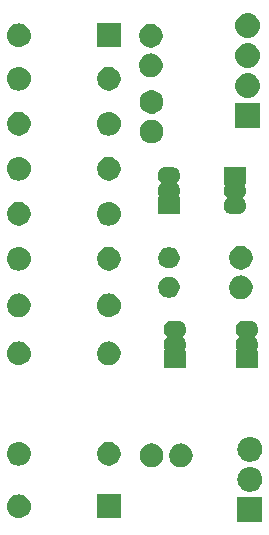
<source format=gbr>
G04 #@! TF.GenerationSoftware,KiCad,Pcbnew,(5.0.1)-3*
G04 #@! TF.CreationDate,2019-02-16T15:36:24-05:00*
G04 #@! TF.ProjectId,OdysseyDaughterCardSpotGenerator,4F647973736579446175676874657243,1.2*
G04 #@! TF.SameCoordinates,Original*
G04 #@! TF.FileFunction,Soldermask,Top*
G04 #@! TF.FilePolarity,Negative*
%FSLAX46Y46*%
G04 Gerber Fmt 4.6, Leading zero omitted, Abs format (unit mm)*
G04 Created by KiCad (PCBNEW (5.0.1)-3) date 2/16/2019 3:36:24 PM*
%MOMM*%
%LPD*%
G01*
G04 APERTURE LIST*
%ADD10C,0.100000*%
G04 APERTURE END LIST*
D10*
G36*
X157768000Y-121954000D02*
X155668000Y-121954000D01*
X155668000Y-119854000D01*
X157768000Y-119854000D01*
X157768000Y-121954000D01*
X157768000Y-121954000D01*
G37*
G36*
X145780000Y-121650000D02*
X143780000Y-121650000D01*
X143780000Y-119650000D01*
X145780000Y-119650000D01*
X145780000Y-121650000D01*
X145780000Y-121650000D01*
G37*
G36*
X137356030Y-119664469D02*
X137356033Y-119664470D01*
X137356034Y-119664470D01*
X137544535Y-119721651D01*
X137544537Y-119721652D01*
X137718260Y-119814509D01*
X137870528Y-119939472D01*
X137995491Y-120091740D01*
X138088348Y-120265463D01*
X138145531Y-120453970D01*
X138164838Y-120650000D01*
X138145531Y-120846030D01*
X138088348Y-121034537D01*
X137995491Y-121208260D01*
X137870528Y-121360528D01*
X137718260Y-121485491D01*
X137718258Y-121485492D01*
X137544535Y-121578349D01*
X137356034Y-121635530D01*
X137356033Y-121635530D01*
X137356030Y-121635531D01*
X137209124Y-121650000D01*
X137110876Y-121650000D01*
X136963970Y-121635531D01*
X136963967Y-121635530D01*
X136963966Y-121635530D01*
X136775465Y-121578349D01*
X136601742Y-121485492D01*
X136601740Y-121485491D01*
X136449472Y-121360528D01*
X136324509Y-121208260D01*
X136231652Y-121034537D01*
X136174469Y-120846030D01*
X136155162Y-120650000D01*
X136174469Y-120453970D01*
X136231652Y-120265463D01*
X136324509Y-120091740D01*
X136449472Y-119939472D01*
X136601740Y-119814509D01*
X136775463Y-119721652D01*
X136775465Y-119721651D01*
X136963966Y-119664470D01*
X136963967Y-119664470D01*
X136963970Y-119664469D01*
X137110876Y-119650000D01*
X137209124Y-119650000D01*
X137356030Y-119664469D01*
X137356030Y-119664469D01*
G37*
G36*
X156846707Y-117321596D02*
X156923836Y-117329193D01*
X157055787Y-117369220D01*
X157121763Y-117389233D01*
X157304172Y-117486733D01*
X157464054Y-117617946D01*
X157595267Y-117777828D01*
X157692767Y-117960237D01*
X157692767Y-117960238D01*
X157752807Y-118158164D01*
X157773080Y-118364000D01*
X157752807Y-118569836D01*
X157712780Y-118701787D01*
X157692767Y-118767763D01*
X157595267Y-118950172D01*
X157464054Y-119110054D01*
X157304172Y-119241267D01*
X157121763Y-119338767D01*
X157055787Y-119358780D01*
X156923836Y-119398807D01*
X156846707Y-119406404D01*
X156769580Y-119414000D01*
X156666420Y-119414000D01*
X156589293Y-119406404D01*
X156512164Y-119398807D01*
X156380213Y-119358780D01*
X156314237Y-119338767D01*
X156131828Y-119241267D01*
X155971946Y-119110054D01*
X155840733Y-118950172D01*
X155743233Y-118767763D01*
X155723220Y-118701787D01*
X155683193Y-118569836D01*
X155662920Y-118364000D01*
X155683193Y-118158164D01*
X155743233Y-117960238D01*
X155743233Y-117960237D01*
X155840733Y-117777828D01*
X155971946Y-117617946D01*
X156131828Y-117486733D01*
X156314237Y-117389233D01*
X156380213Y-117369220D01*
X156512164Y-117329193D01*
X156589293Y-117321596D01*
X156666420Y-117314000D01*
X156769580Y-117314000D01*
X156846707Y-117321596D01*
X156846707Y-117321596D01*
G37*
G36*
X151051770Y-115347372D02*
X151167689Y-115370429D01*
X151349678Y-115445811D01*
X151513463Y-115555249D01*
X151652751Y-115694537D01*
X151762189Y-115858322D01*
X151837571Y-116040311D01*
X151850738Y-116106507D01*
X151870330Y-116205000D01*
X151876000Y-116233509D01*
X151876000Y-116430491D01*
X151837571Y-116623689D01*
X151762189Y-116805678D01*
X151652751Y-116969463D01*
X151513463Y-117108751D01*
X151349678Y-117218189D01*
X151167689Y-117293571D01*
X151064984Y-117314000D01*
X150974493Y-117332000D01*
X150777507Y-117332000D01*
X150687016Y-117314000D01*
X150584311Y-117293571D01*
X150402322Y-117218189D01*
X150238537Y-117108751D01*
X150099249Y-116969463D01*
X149989811Y-116805678D01*
X149914429Y-116623689D01*
X149876000Y-116430491D01*
X149876000Y-116233509D01*
X149881671Y-116205000D01*
X149901262Y-116106507D01*
X149914429Y-116040311D01*
X149989811Y-115858322D01*
X150099249Y-115694537D01*
X150238537Y-115555249D01*
X150402322Y-115445811D01*
X150584311Y-115370429D01*
X150700230Y-115347372D01*
X150777507Y-115332000D01*
X150974493Y-115332000D01*
X151051770Y-115347372D01*
X151051770Y-115347372D01*
G37*
G36*
X148551770Y-115347372D02*
X148667689Y-115370429D01*
X148849678Y-115445811D01*
X149013463Y-115555249D01*
X149152751Y-115694537D01*
X149262189Y-115858322D01*
X149337571Y-116040311D01*
X149350738Y-116106507D01*
X149370330Y-116205000D01*
X149376000Y-116233509D01*
X149376000Y-116430491D01*
X149337571Y-116623689D01*
X149262189Y-116805678D01*
X149152751Y-116969463D01*
X149013463Y-117108751D01*
X148849678Y-117218189D01*
X148667689Y-117293571D01*
X148564984Y-117314000D01*
X148474493Y-117332000D01*
X148277507Y-117332000D01*
X148187016Y-117314000D01*
X148084311Y-117293571D01*
X147902322Y-117218189D01*
X147738537Y-117108751D01*
X147599249Y-116969463D01*
X147489811Y-116805678D01*
X147414429Y-116623689D01*
X147376000Y-116430491D01*
X147376000Y-116233509D01*
X147381671Y-116205000D01*
X147401262Y-116106507D01*
X147414429Y-116040311D01*
X147489811Y-115858322D01*
X147599249Y-115694537D01*
X147738537Y-115555249D01*
X147902322Y-115445811D01*
X148084311Y-115370429D01*
X148200230Y-115347372D01*
X148277507Y-115332000D01*
X148474493Y-115332000D01*
X148551770Y-115347372D01*
X148551770Y-115347372D01*
G37*
G36*
X144955770Y-115220372D02*
X145071689Y-115243429D01*
X145253678Y-115318811D01*
X145417463Y-115428249D01*
X145556751Y-115567537D01*
X145666189Y-115731322D01*
X145741571Y-115913311D01*
X145780000Y-116106509D01*
X145780000Y-116303491D01*
X145741571Y-116496689D01*
X145666189Y-116678678D01*
X145556751Y-116842463D01*
X145417463Y-116981751D01*
X145253678Y-117091189D01*
X145071689Y-117166571D01*
X144955770Y-117189628D01*
X144878493Y-117205000D01*
X144681507Y-117205000D01*
X144604230Y-117189628D01*
X144488311Y-117166571D01*
X144306322Y-117091189D01*
X144142537Y-116981751D01*
X144003249Y-116842463D01*
X143893811Y-116678678D01*
X143818429Y-116496689D01*
X143780000Y-116303491D01*
X143780000Y-116106509D01*
X143818429Y-115913311D01*
X143893811Y-115731322D01*
X144003249Y-115567537D01*
X144142537Y-115428249D01*
X144306322Y-115318811D01*
X144488311Y-115243429D01*
X144604230Y-115220372D01*
X144681507Y-115205000D01*
X144878493Y-115205000D01*
X144955770Y-115220372D01*
X144955770Y-115220372D01*
G37*
G36*
X137356030Y-115219469D02*
X137356033Y-115219470D01*
X137356034Y-115219470D01*
X137544535Y-115276651D01*
X137544537Y-115276652D01*
X137718260Y-115369509D01*
X137870528Y-115494472D01*
X137995491Y-115646740D01*
X137995492Y-115646742D01*
X138088349Y-115820465D01*
X138116513Y-115913311D01*
X138145531Y-116008970D01*
X138164838Y-116205000D01*
X138145531Y-116401030D01*
X138145530Y-116401033D01*
X138145530Y-116401034D01*
X138136594Y-116430493D01*
X138088348Y-116589537D01*
X137995491Y-116763260D01*
X137870528Y-116915528D01*
X137718260Y-117040491D01*
X137718258Y-117040492D01*
X137544535Y-117133349D01*
X137356034Y-117190530D01*
X137356033Y-117190530D01*
X137356030Y-117190531D01*
X137209124Y-117205000D01*
X137110876Y-117205000D01*
X136963970Y-117190531D01*
X136963967Y-117190530D01*
X136963966Y-117190530D01*
X136775465Y-117133349D01*
X136601742Y-117040492D01*
X136601740Y-117040491D01*
X136449472Y-116915528D01*
X136324509Y-116763260D01*
X136231652Y-116589537D01*
X136183407Y-116430493D01*
X136174470Y-116401034D01*
X136174470Y-116401033D01*
X136174469Y-116401030D01*
X136155162Y-116205000D01*
X136174469Y-116008970D01*
X136203487Y-115913311D01*
X136231651Y-115820465D01*
X136324508Y-115646742D01*
X136324509Y-115646740D01*
X136449472Y-115494472D01*
X136601740Y-115369509D01*
X136775463Y-115276652D01*
X136775465Y-115276651D01*
X136963966Y-115219470D01*
X136963967Y-115219470D01*
X136963970Y-115219469D01*
X137110876Y-115205000D01*
X137209124Y-115205000D01*
X137356030Y-115219469D01*
X137356030Y-115219469D01*
G37*
G36*
X156846707Y-114781596D02*
X156923836Y-114789193D01*
X157055787Y-114829220D01*
X157121763Y-114849233D01*
X157304172Y-114946733D01*
X157464054Y-115077946D01*
X157595267Y-115237828D01*
X157692767Y-115420237D01*
X157712780Y-115486213D01*
X157752807Y-115618164D01*
X157773080Y-115824000D01*
X157752807Y-116029836D01*
X157712780Y-116161787D01*
X157692767Y-116227763D01*
X157595267Y-116410172D01*
X157464054Y-116570054D01*
X157304172Y-116701267D01*
X157121763Y-116798767D01*
X157055787Y-116818780D01*
X156923836Y-116858807D01*
X156846707Y-116866403D01*
X156769580Y-116874000D01*
X156666420Y-116874000D01*
X156589293Y-116866403D01*
X156512164Y-116858807D01*
X156380213Y-116818780D01*
X156314237Y-116798767D01*
X156131828Y-116701267D01*
X155971946Y-116570054D01*
X155840733Y-116410172D01*
X155743233Y-116227763D01*
X155723220Y-116161787D01*
X155683193Y-116029836D01*
X155662920Y-115824000D01*
X155683193Y-115618164D01*
X155723220Y-115486213D01*
X155743233Y-115420237D01*
X155840733Y-115237828D01*
X155971946Y-115077946D01*
X156131828Y-114946733D01*
X156314237Y-114849233D01*
X156380213Y-114829220D01*
X156512164Y-114789193D01*
X156589293Y-114781596D01*
X156666420Y-114774000D01*
X156769580Y-114774000D01*
X156846707Y-114781596D01*
X156846707Y-114781596D01*
G37*
G36*
X156760113Y-104942497D02*
X156831125Y-104949491D01*
X156922234Y-104977128D01*
X156967789Y-104990947D01*
X157093738Y-105058269D01*
X157204132Y-105148868D01*
X157294731Y-105259262D01*
X157362053Y-105385211D01*
X157362053Y-105385212D01*
X157403509Y-105521875D01*
X157417507Y-105664000D01*
X157403509Y-105806125D01*
X157375872Y-105897234D01*
X157362053Y-105942789D01*
X157294731Y-106068738D01*
X157204132Y-106179132D01*
X157175812Y-106202374D01*
X157158485Y-106219701D01*
X157144871Y-106240075D01*
X157135493Y-106262714D01*
X157130713Y-106286748D01*
X157130713Y-106311252D01*
X157135493Y-106335286D01*
X157144871Y-106357925D01*
X157158485Y-106378299D01*
X157175812Y-106395626D01*
X157204132Y-106418868D01*
X157294731Y-106529262D01*
X157362053Y-106655211D01*
X157362053Y-106655212D01*
X157403509Y-106791875D01*
X157417507Y-106934000D01*
X157403509Y-107076125D01*
X157384818Y-107137740D01*
X157362053Y-107212789D01*
X157318069Y-107295075D01*
X157308692Y-107317713D01*
X157303911Y-107341747D01*
X157303911Y-107366251D01*
X157308691Y-107390285D01*
X157318068Y-107412924D01*
X157331682Y-107433298D01*
X157349009Y-107450626D01*
X157369384Y-107464240D01*
X157392022Y-107473617D01*
X157414000Y-107477989D01*
X157414000Y-108929000D01*
X155514000Y-108929000D01*
X155514000Y-107477591D01*
X155524077Y-107476598D01*
X155547526Y-107469485D01*
X155569137Y-107457934D01*
X155588079Y-107442388D01*
X155603625Y-107423446D01*
X155615176Y-107401835D01*
X155622289Y-107378386D01*
X155624691Y-107354000D01*
X155622289Y-107329614D01*
X155615176Y-107306165D01*
X155609931Y-107295075D01*
X155565947Y-107212789D01*
X155543182Y-107137740D01*
X155524491Y-107076125D01*
X155510493Y-106934000D01*
X155524491Y-106791875D01*
X155565947Y-106655212D01*
X155565947Y-106655211D01*
X155633269Y-106529262D01*
X155723868Y-106418868D01*
X155752188Y-106395626D01*
X155769515Y-106378299D01*
X155783129Y-106357925D01*
X155792507Y-106335286D01*
X155797287Y-106311252D01*
X155797287Y-106286748D01*
X155792507Y-106262714D01*
X155783129Y-106240075D01*
X155769515Y-106219701D01*
X155752188Y-106202374D01*
X155723868Y-106179132D01*
X155633269Y-106068738D01*
X155565947Y-105942789D01*
X155552128Y-105897234D01*
X155524491Y-105806125D01*
X155510493Y-105664000D01*
X155524491Y-105521875D01*
X155565947Y-105385212D01*
X155565947Y-105385211D01*
X155633269Y-105259262D01*
X155723868Y-105148868D01*
X155834262Y-105058269D01*
X155960211Y-104990947D01*
X156005766Y-104977128D01*
X156096875Y-104949491D01*
X156167887Y-104942497D01*
X156203392Y-104939000D01*
X156724608Y-104939000D01*
X156760113Y-104942497D01*
X156760113Y-104942497D01*
G37*
G36*
X150664113Y-104942497D02*
X150735125Y-104949491D01*
X150826234Y-104977128D01*
X150871789Y-104990947D01*
X150997738Y-105058269D01*
X151108132Y-105148868D01*
X151198731Y-105259262D01*
X151266053Y-105385211D01*
X151266053Y-105385212D01*
X151307509Y-105521875D01*
X151321507Y-105664000D01*
X151307509Y-105806125D01*
X151279872Y-105897234D01*
X151266053Y-105942789D01*
X151198731Y-106068738D01*
X151108132Y-106179132D01*
X151079812Y-106202374D01*
X151062485Y-106219701D01*
X151048871Y-106240075D01*
X151039493Y-106262714D01*
X151034713Y-106286748D01*
X151034713Y-106311252D01*
X151039493Y-106335286D01*
X151048871Y-106357925D01*
X151062485Y-106378299D01*
X151079812Y-106395626D01*
X151108132Y-106418868D01*
X151198731Y-106529262D01*
X151266053Y-106655211D01*
X151266053Y-106655212D01*
X151307509Y-106791875D01*
X151321507Y-106934000D01*
X151307509Y-107076125D01*
X151288818Y-107137740D01*
X151266053Y-107212789D01*
X151222069Y-107295075D01*
X151212692Y-107317713D01*
X151207911Y-107341747D01*
X151207911Y-107366251D01*
X151212691Y-107390285D01*
X151222068Y-107412924D01*
X151235682Y-107433298D01*
X151253009Y-107450626D01*
X151273384Y-107464240D01*
X151296022Y-107473617D01*
X151318000Y-107477989D01*
X151318000Y-108929000D01*
X149418000Y-108929000D01*
X149418000Y-107477591D01*
X149428077Y-107476598D01*
X149451526Y-107469485D01*
X149473137Y-107457934D01*
X149492079Y-107442388D01*
X149507625Y-107423446D01*
X149519176Y-107401835D01*
X149526289Y-107378386D01*
X149528691Y-107354000D01*
X149526289Y-107329614D01*
X149519176Y-107306165D01*
X149513931Y-107295075D01*
X149469947Y-107212789D01*
X149447182Y-107137740D01*
X149428491Y-107076125D01*
X149414493Y-106934000D01*
X149428491Y-106791875D01*
X149469947Y-106655212D01*
X149469947Y-106655211D01*
X149537269Y-106529262D01*
X149627868Y-106418868D01*
X149656188Y-106395626D01*
X149673515Y-106378299D01*
X149687129Y-106357925D01*
X149696507Y-106335286D01*
X149701287Y-106311252D01*
X149701287Y-106286748D01*
X149696507Y-106262714D01*
X149687129Y-106240075D01*
X149673515Y-106219701D01*
X149656188Y-106202374D01*
X149627868Y-106179132D01*
X149537269Y-106068738D01*
X149469947Y-105942789D01*
X149456128Y-105897234D01*
X149428491Y-105806125D01*
X149414493Y-105664000D01*
X149428491Y-105521875D01*
X149469947Y-105385212D01*
X149469947Y-105385211D01*
X149537269Y-105259262D01*
X149627868Y-105148868D01*
X149738262Y-105058269D01*
X149864211Y-104990947D01*
X149909766Y-104977128D01*
X150000875Y-104949491D01*
X150071887Y-104942497D01*
X150107392Y-104939000D01*
X150628608Y-104939000D01*
X150664113Y-104942497D01*
X150664113Y-104942497D01*
G37*
G36*
X137356030Y-106710469D02*
X137356033Y-106710470D01*
X137356034Y-106710470D01*
X137544535Y-106767651D01*
X137544537Y-106767652D01*
X137718260Y-106860509D01*
X137870528Y-106985472D01*
X137995491Y-107137740D01*
X137995492Y-107137742D01*
X138088349Y-107311465D01*
X138138863Y-107477989D01*
X138145531Y-107499970D01*
X138164838Y-107696000D01*
X138145531Y-107892030D01*
X138088348Y-108080537D01*
X137995491Y-108254260D01*
X137870528Y-108406528D01*
X137718260Y-108531491D01*
X137718258Y-108531492D01*
X137544535Y-108624349D01*
X137356034Y-108681530D01*
X137356033Y-108681530D01*
X137356030Y-108681531D01*
X137209124Y-108696000D01*
X137110876Y-108696000D01*
X136963970Y-108681531D01*
X136963967Y-108681530D01*
X136963966Y-108681530D01*
X136775465Y-108624349D01*
X136601742Y-108531492D01*
X136601740Y-108531491D01*
X136449472Y-108406528D01*
X136324509Y-108254260D01*
X136231652Y-108080537D01*
X136174469Y-107892030D01*
X136155162Y-107696000D01*
X136174469Y-107499970D01*
X136181137Y-107477989D01*
X136231651Y-107311465D01*
X136324508Y-107137742D01*
X136324509Y-107137740D01*
X136449472Y-106985472D01*
X136601740Y-106860509D01*
X136775463Y-106767652D01*
X136775465Y-106767651D01*
X136963966Y-106710470D01*
X136963967Y-106710470D01*
X136963970Y-106710469D01*
X137110876Y-106696000D01*
X137209124Y-106696000D01*
X137356030Y-106710469D01*
X137356030Y-106710469D01*
G37*
G36*
X144955770Y-106711372D02*
X145071689Y-106734429D01*
X145253678Y-106809811D01*
X145417463Y-106919249D01*
X145556751Y-107058537D01*
X145666189Y-107222322D01*
X145741571Y-107404311D01*
X145780000Y-107597509D01*
X145780000Y-107794491D01*
X145741571Y-107987689D01*
X145666189Y-108169678D01*
X145556751Y-108333463D01*
X145417463Y-108472751D01*
X145253678Y-108582189D01*
X145071689Y-108657571D01*
X144955770Y-108680628D01*
X144878493Y-108696000D01*
X144681507Y-108696000D01*
X144604230Y-108680628D01*
X144488311Y-108657571D01*
X144306322Y-108582189D01*
X144142537Y-108472751D01*
X144003249Y-108333463D01*
X143893811Y-108169678D01*
X143818429Y-107987689D01*
X143780000Y-107794491D01*
X143780000Y-107597509D01*
X143818429Y-107404311D01*
X143893811Y-107222322D01*
X144003249Y-107058537D01*
X144142537Y-106919249D01*
X144306322Y-106809811D01*
X144488311Y-106734429D01*
X144604230Y-106711372D01*
X144681507Y-106696000D01*
X144878493Y-106696000D01*
X144955770Y-106711372D01*
X144955770Y-106711372D01*
G37*
G36*
X144976030Y-102646469D02*
X144976033Y-102646470D01*
X144976034Y-102646470D01*
X145164535Y-102703651D01*
X145164537Y-102703652D01*
X145338260Y-102796509D01*
X145490528Y-102921472D01*
X145615491Y-103073740D01*
X145708348Y-103247463D01*
X145765531Y-103435970D01*
X145784838Y-103632000D01*
X145765531Y-103828030D01*
X145708348Y-104016537D01*
X145615491Y-104190260D01*
X145490528Y-104342528D01*
X145338260Y-104467491D01*
X145338258Y-104467492D01*
X145164535Y-104560349D01*
X144976034Y-104617530D01*
X144976033Y-104617530D01*
X144976030Y-104617531D01*
X144829124Y-104632000D01*
X144730876Y-104632000D01*
X144583970Y-104617531D01*
X144583967Y-104617530D01*
X144583966Y-104617530D01*
X144395465Y-104560349D01*
X144221742Y-104467492D01*
X144221740Y-104467491D01*
X144069472Y-104342528D01*
X143944509Y-104190260D01*
X143851652Y-104016537D01*
X143794469Y-103828030D01*
X143775162Y-103632000D01*
X143794469Y-103435970D01*
X143851652Y-103247463D01*
X143944509Y-103073740D01*
X144069472Y-102921472D01*
X144221740Y-102796509D01*
X144395463Y-102703652D01*
X144395465Y-102703651D01*
X144583966Y-102646470D01*
X144583967Y-102646470D01*
X144583970Y-102646469D01*
X144730876Y-102632000D01*
X144829124Y-102632000D01*
X144976030Y-102646469D01*
X144976030Y-102646469D01*
G37*
G36*
X137335770Y-102647372D02*
X137451689Y-102670429D01*
X137633678Y-102745811D01*
X137797463Y-102855249D01*
X137936751Y-102994537D01*
X138046189Y-103158322D01*
X138121571Y-103340311D01*
X138160000Y-103533509D01*
X138160000Y-103730491D01*
X138121571Y-103923689D01*
X138046189Y-104105678D01*
X137936751Y-104269463D01*
X137797463Y-104408751D01*
X137633678Y-104518189D01*
X137451689Y-104593571D01*
X137335770Y-104616628D01*
X137258493Y-104632000D01*
X137061507Y-104632000D01*
X136984230Y-104616628D01*
X136868311Y-104593571D01*
X136686322Y-104518189D01*
X136522537Y-104408751D01*
X136383249Y-104269463D01*
X136273811Y-104105678D01*
X136198429Y-103923689D01*
X136160000Y-103730491D01*
X136160000Y-103533509D01*
X136198429Y-103340311D01*
X136273811Y-103158322D01*
X136383249Y-102994537D01*
X136522537Y-102855249D01*
X136686322Y-102745811D01*
X136868311Y-102670429D01*
X136984230Y-102647372D01*
X137061507Y-102632000D01*
X137258493Y-102632000D01*
X137335770Y-102647372D01*
X137335770Y-102647372D01*
G37*
G36*
X156131770Y-101123372D02*
X156247689Y-101146429D01*
X156429678Y-101221811D01*
X156593463Y-101331249D01*
X156732751Y-101470537D01*
X156842189Y-101634322D01*
X156917571Y-101816311D01*
X156956000Y-102009509D01*
X156956000Y-102206491D01*
X156917571Y-102399689D01*
X156842189Y-102581678D01*
X156732751Y-102745463D01*
X156593463Y-102884751D01*
X156429678Y-102994189D01*
X156247689Y-103069571D01*
X156131770Y-103092628D01*
X156054493Y-103108000D01*
X155857507Y-103108000D01*
X155780230Y-103092628D01*
X155664311Y-103069571D01*
X155482322Y-102994189D01*
X155318537Y-102884751D01*
X155179249Y-102745463D01*
X155069811Y-102581678D01*
X154994429Y-102399689D01*
X154956000Y-102206491D01*
X154956000Y-102009509D01*
X154994429Y-101816311D01*
X155069811Y-101634322D01*
X155179249Y-101470537D01*
X155318537Y-101331249D01*
X155482322Y-101221811D01*
X155664311Y-101146429D01*
X155780230Y-101123372D01*
X155857507Y-101108000D01*
X156054493Y-101108000D01*
X156131770Y-101123372D01*
X156131770Y-101123372D01*
G37*
G36*
X150122521Y-101242586D02*
X150286309Y-101310429D01*
X150433720Y-101408926D01*
X150559074Y-101534280D01*
X150657571Y-101681691D01*
X150725414Y-101845479D01*
X150760000Y-102019356D01*
X150760000Y-102196644D01*
X150725414Y-102370521D01*
X150657571Y-102534309D01*
X150559074Y-102681720D01*
X150433720Y-102807074D01*
X150286309Y-102905571D01*
X150122521Y-102973414D01*
X149948644Y-103008000D01*
X149771356Y-103008000D01*
X149597479Y-102973414D01*
X149433691Y-102905571D01*
X149286280Y-102807074D01*
X149160926Y-102681720D01*
X149062429Y-102534309D01*
X148994586Y-102370521D01*
X148960000Y-102196644D01*
X148960000Y-102019356D01*
X148994586Y-101845479D01*
X149062429Y-101681691D01*
X149160926Y-101534280D01*
X149286280Y-101408926D01*
X149433691Y-101310429D01*
X149597479Y-101242586D01*
X149771356Y-101208000D01*
X149948644Y-101208000D01*
X150122521Y-101242586D01*
X150122521Y-101242586D01*
G37*
G36*
X144955770Y-98710372D02*
X145071689Y-98733429D01*
X145253678Y-98808811D01*
X145417463Y-98918249D01*
X145556751Y-99057537D01*
X145666189Y-99221322D01*
X145741571Y-99403311D01*
X145780000Y-99596509D01*
X145780000Y-99793491D01*
X145741571Y-99986689D01*
X145666189Y-100168678D01*
X145556751Y-100332463D01*
X145417463Y-100471751D01*
X145253678Y-100581189D01*
X145071689Y-100656571D01*
X144955770Y-100679628D01*
X144878493Y-100695000D01*
X144681507Y-100695000D01*
X144604230Y-100679628D01*
X144488311Y-100656571D01*
X144306322Y-100581189D01*
X144142537Y-100471751D01*
X144003249Y-100332463D01*
X143893811Y-100168678D01*
X143818429Y-99986689D01*
X143780000Y-99793491D01*
X143780000Y-99596509D01*
X143818429Y-99403311D01*
X143893811Y-99221322D01*
X144003249Y-99057537D01*
X144142537Y-98918249D01*
X144306322Y-98808811D01*
X144488311Y-98733429D01*
X144604230Y-98710372D01*
X144681507Y-98695000D01*
X144878493Y-98695000D01*
X144955770Y-98710372D01*
X144955770Y-98710372D01*
G37*
G36*
X137356030Y-98709469D02*
X137356033Y-98709470D01*
X137356034Y-98709470D01*
X137544535Y-98766651D01*
X137544537Y-98766652D01*
X137718260Y-98859509D01*
X137870528Y-98984472D01*
X137995491Y-99136740D01*
X137995492Y-99136742D01*
X138088349Y-99310465D01*
X138116513Y-99403311D01*
X138145531Y-99498970D01*
X138164838Y-99695000D01*
X138145531Y-99891030D01*
X138145530Y-99891033D01*
X138145530Y-99891034D01*
X138102068Y-100034310D01*
X138088348Y-100079537D01*
X137995491Y-100253260D01*
X137870528Y-100405528D01*
X137718260Y-100530491D01*
X137623411Y-100581189D01*
X137544535Y-100623349D01*
X137356034Y-100680530D01*
X137356033Y-100680530D01*
X137356030Y-100680531D01*
X137209124Y-100695000D01*
X137110876Y-100695000D01*
X136963970Y-100680531D01*
X136963967Y-100680530D01*
X136963966Y-100680530D01*
X136775465Y-100623349D01*
X136696589Y-100581189D01*
X136601740Y-100530491D01*
X136449472Y-100405528D01*
X136324509Y-100253260D01*
X136231652Y-100079537D01*
X136217933Y-100034310D01*
X136174470Y-99891034D01*
X136174470Y-99891033D01*
X136174469Y-99891030D01*
X136155162Y-99695000D01*
X136174469Y-99498970D01*
X136203487Y-99403311D01*
X136231651Y-99310465D01*
X136324508Y-99136742D01*
X136324509Y-99136740D01*
X136449472Y-98984472D01*
X136601740Y-98859509D01*
X136775463Y-98766652D01*
X136775465Y-98766651D01*
X136963966Y-98709470D01*
X136963967Y-98709470D01*
X136963970Y-98709469D01*
X137110876Y-98695000D01*
X137209124Y-98695000D01*
X137356030Y-98709469D01*
X137356030Y-98709469D01*
G37*
G36*
X156131770Y-98623372D02*
X156247689Y-98646429D01*
X156429678Y-98721811D01*
X156593463Y-98831249D01*
X156732751Y-98970537D01*
X156842189Y-99134322D01*
X156917571Y-99316311D01*
X156956000Y-99509509D01*
X156956000Y-99706491D01*
X156917571Y-99899689D01*
X156842189Y-100081678D01*
X156732751Y-100245463D01*
X156593463Y-100384751D01*
X156429678Y-100494189D01*
X156247689Y-100569571D01*
X156131770Y-100592628D01*
X156054493Y-100608000D01*
X155857507Y-100608000D01*
X155780230Y-100592628D01*
X155664311Y-100569571D01*
X155482322Y-100494189D01*
X155318537Y-100384751D01*
X155179249Y-100245463D01*
X155069811Y-100081678D01*
X154994429Y-99899689D01*
X154956000Y-99706491D01*
X154956000Y-99509509D01*
X154994429Y-99316311D01*
X155069811Y-99134322D01*
X155179249Y-98970537D01*
X155318537Y-98831249D01*
X155482322Y-98721811D01*
X155664311Y-98646429D01*
X155780230Y-98623372D01*
X155857507Y-98608000D01*
X156054493Y-98608000D01*
X156131770Y-98623372D01*
X156131770Y-98623372D01*
G37*
G36*
X150122521Y-98742586D02*
X150286309Y-98810429D01*
X150433720Y-98908926D01*
X150559074Y-99034280D01*
X150657571Y-99181691D01*
X150725414Y-99345479D01*
X150760000Y-99519356D01*
X150760000Y-99696644D01*
X150725414Y-99870521D01*
X150657571Y-100034309D01*
X150559074Y-100181720D01*
X150433720Y-100307074D01*
X150286309Y-100405571D01*
X150122521Y-100473414D01*
X149948644Y-100508000D01*
X149771356Y-100508000D01*
X149597479Y-100473414D01*
X149433691Y-100405571D01*
X149286280Y-100307074D01*
X149160926Y-100181720D01*
X149062429Y-100034309D01*
X148994586Y-99870521D01*
X148960000Y-99696644D01*
X148960000Y-99519356D01*
X148994586Y-99345479D01*
X149062429Y-99181691D01*
X149160926Y-99034280D01*
X149286280Y-98908926D01*
X149433691Y-98810429D01*
X149597479Y-98742586D01*
X149771356Y-98708000D01*
X149948644Y-98708000D01*
X150122521Y-98742586D01*
X150122521Y-98742586D01*
G37*
G36*
X137335770Y-94900372D02*
X137451689Y-94923429D01*
X137633678Y-94998811D01*
X137797463Y-95108249D01*
X137936751Y-95247537D01*
X138046189Y-95411322D01*
X138121571Y-95593311D01*
X138160000Y-95786509D01*
X138160000Y-95983491D01*
X138121571Y-96176689D01*
X138046189Y-96358678D01*
X137936751Y-96522463D01*
X137797463Y-96661751D01*
X137633678Y-96771189D01*
X137451689Y-96846571D01*
X137335770Y-96869628D01*
X137258493Y-96885000D01*
X137061507Y-96885000D01*
X136984230Y-96869628D01*
X136868311Y-96846571D01*
X136686322Y-96771189D01*
X136522537Y-96661751D01*
X136383249Y-96522463D01*
X136273811Y-96358678D01*
X136198429Y-96176689D01*
X136160000Y-95983491D01*
X136160000Y-95786509D01*
X136198429Y-95593311D01*
X136273811Y-95411322D01*
X136383249Y-95247537D01*
X136522537Y-95108249D01*
X136686322Y-94998811D01*
X136868311Y-94923429D01*
X136984230Y-94900372D01*
X137061507Y-94885000D01*
X137258493Y-94885000D01*
X137335770Y-94900372D01*
X137335770Y-94900372D01*
G37*
G36*
X144976030Y-94899469D02*
X144976033Y-94899470D01*
X144976034Y-94899470D01*
X145164535Y-94956651D01*
X145164537Y-94956652D01*
X145338260Y-95049509D01*
X145490528Y-95174472D01*
X145615491Y-95326740D01*
X145689547Y-95465289D01*
X145708349Y-95500465D01*
X145736513Y-95593311D01*
X145765531Y-95688970D01*
X145784838Y-95885000D01*
X145765531Y-96081030D01*
X145708348Y-96269537D01*
X145615491Y-96443260D01*
X145490528Y-96595528D01*
X145338260Y-96720491D01*
X145338258Y-96720492D01*
X145164535Y-96813349D01*
X144976034Y-96870530D01*
X144976033Y-96870530D01*
X144976030Y-96870531D01*
X144829124Y-96885000D01*
X144730876Y-96885000D01*
X144583970Y-96870531D01*
X144583967Y-96870530D01*
X144583966Y-96870530D01*
X144395465Y-96813349D01*
X144221742Y-96720492D01*
X144221740Y-96720491D01*
X144069472Y-96595528D01*
X143944509Y-96443260D01*
X143851652Y-96269537D01*
X143794469Y-96081030D01*
X143775162Y-95885000D01*
X143794469Y-95688970D01*
X143823487Y-95593311D01*
X143851651Y-95500465D01*
X143870453Y-95465289D01*
X143944509Y-95326740D01*
X144069472Y-95174472D01*
X144221740Y-95049509D01*
X144395463Y-94956652D01*
X144395465Y-94956651D01*
X144583966Y-94899470D01*
X144583967Y-94899470D01*
X144583970Y-94899469D01*
X144730876Y-94885000D01*
X144829124Y-94885000D01*
X144976030Y-94899469D01*
X144976030Y-94899469D01*
G37*
G36*
X156398000Y-93372909D02*
X156387923Y-93373902D01*
X156364474Y-93381015D01*
X156342863Y-93392566D01*
X156323921Y-93408112D01*
X156308375Y-93427054D01*
X156296824Y-93448665D01*
X156289711Y-93472114D01*
X156287309Y-93496500D01*
X156289711Y-93520886D01*
X156296824Y-93544335D01*
X156302069Y-93555425D01*
X156346053Y-93637711D01*
X156346053Y-93637712D01*
X156387509Y-93774375D01*
X156401507Y-93916500D01*
X156387509Y-94058625D01*
X156359872Y-94149734D01*
X156346053Y-94195289D01*
X156278731Y-94321238D01*
X156188132Y-94431632D01*
X156159812Y-94454874D01*
X156142485Y-94472201D01*
X156128871Y-94492575D01*
X156119493Y-94515214D01*
X156114713Y-94539248D01*
X156114713Y-94563752D01*
X156119493Y-94587786D01*
X156128871Y-94610425D01*
X156142485Y-94630799D01*
X156159812Y-94648126D01*
X156188132Y-94671368D01*
X156278731Y-94781762D01*
X156346053Y-94907711D01*
X156346053Y-94907712D01*
X156387509Y-95044375D01*
X156401507Y-95186500D01*
X156387509Y-95328625D01*
X156362423Y-95411322D01*
X156346053Y-95465289D01*
X156278731Y-95591238D01*
X156188132Y-95701632D01*
X156077738Y-95792231D01*
X155951789Y-95859553D01*
X155906234Y-95873372D01*
X155815125Y-95901009D01*
X155744113Y-95908003D01*
X155708608Y-95911500D01*
X155187392Y-95911500D01*
X155151887Y-95908003D01*
X155080875Y-95901009D01*
X154989766Y-95873372D01*
X154944211Y-95859553D01*
X154818262Y-95792231D01*
X154707868Y-95701632D01*
X154617269Y-95591238D01*
X154549947Y-95465289D01*
X154533577Y-95411322D01*
X154508491Y-95328625D01*
X154494493Y-95186500D01*
X154508491Y-95044375D01*
X154549947Y-94907712D01*
X154549947Y-94907711D01*
X154617269Y-94781762D01*
X154707868Y-94671368D01*
X154736188Y-94648126D01*
X154753515Y-94630799D01*
X154767129Y-94610425D01*
X154776507Y-94587786D01*
X154781287Y-94563752D01*
X154781287Y-94539248D01*
X154776507Y-94515214D01*
X154767129Y-94492575D01*
X154753515Y-94472201D01*
X154736188Y-94454874D01*
X154707868Y-94431632D01*
X154617269Y-94321238D01*
X154549947Y-94195289D01*
X154536128Y-94149734D01*
X154508491Y-94058625D01*
X154494493Y-93916500D01*
X154508491Y-93774375D01*
X154549947Y-93637712D01*
X154549947Y-93637711D01*
X154593931Y-93555425D01*
X154603308Y-93532787D01*
X154608089Y-93508753D01*
X154608089Y-93484249D01*
X154603309Y-93460215D01*
X154593932Y-93437576D01*
X154580318Y-93417202D01*
X154562991Y-93399874D01*
X154542616Y-93386260D01*
X154519978Y-93376883D01*
X154498000Y-93372511D01*
X154498000Y-91921500D01*
X156398000Y-91921500D01*
X156398000Y-93372909D01*
X156398000Y-93372909D01*
G37*
G36*
X150156113Y-91924997D02*
X150227125Y-91931991D01*
X150318234Y-91959628D01*
X150363789Y-91973447D01*
X150489738Y-92040769D01*
X150600132Y-92131368D01*
X150690731Y-92241762D01*
X150758053Y-92367711D01*
X150758053Y-92367712D01*
X150799509Y-92504375D01*
X150813507Y-92646500D01*
X150799509Y-92788625D01*
X150780361Y-92851747D01*
X150758053Y-92925289D01*
X150690731Y-93051238D01*
X150600132Y-93161632D01*
X150571812Y-93184874D01*
X150554485Y-93202201D01*
X150540871Y-93222575D01*
X150531493Y-93245214D01*
X150526713Y-93269248D01*
X150526713Y-93293752D01*
X150531493Y-93317786D01*
X150540871Y-93340425D01*
X150554485Y-93360799D01*
X150571812Y-93378126D01*
X150600132Y-93401368D01*
X150690731Y-93511762D01*
X150758053Y-93637711D01*
X150758053Y-93637712D01*
X150799509Y-93774375D01*
X150813507Y-93916500D01*
X150799509Y-94058625D01*
X150771872Y-94149734D01*
X150758053Y-94195289D01*
X150714069Y-94277575D01*
X150704692Y-94300213D01*
X150699911Y-94324247D01*
X150699911Y-94348751D01*
X150704691Y-94372785D01*
X150714068Y-94395424D01*
X150727682Y-94415798D01*
X150745009Y-94433126D01*
X150765384Y-94446740D01*
X150788022Y-94456117D01*
X150810000Y-94460489D01*
X150810000Y-95911500D01*
X148910000Y-95911500D01*
X148910000Y-94460091D01*
X148920077Y-94459098D01*
X148943526Y-94451985D01*
X148965137Y-94440434D01*
X148984079Y-94424888D01*
X148999625Y-94405946D01*
X149011176Y-94384335D01*
X149018289Y-94360886D01*
X149020691Y-94336500D01*
X149018289Y-94312114D01*
X149011176Y-94288665D01*
X149005931Y-94277575D01*
X148961947Y-94195289D01*
X148948128Y-94149734D01*
X148920491Y-94058625D01*
X148906493Y-93916500D01*
X148920491Y-93774375D01*
X148961947Y-93637712D01*
X148961947Y-93637711D01*
X149029269Y-93511762D01*
X149119868Y-93401368D01*
X149148188Y-93378126D01*
X149165515Y-93360799D01*
X149179129Y-93340425D01*
X149188507Y-93317786D01*
X149193287Y-93293752D01*
X149193287Y-93269248D01*
X149188507Y-93245214D01*
X149179129Y-93222575D01*
X149165515Y-93202201D01*
X149148188Y-93184874D01*
X149119868Y-93161632D01*
X149029269Y-93051238D01*
X148961947Y-92925289D01*
X148939639Y-92851747D01*
X148920491Y-92788625D01*
X148906493Y-92646500D01*
X148920491Y-92504375D01*
X148961947Y-92367712D01*
X148961947Y-92367711D01*
X149029269Y-92241762D01*
X149119868Y-92131368D01*
X149230262Y-92040769D01*
X149356211Y-91973447D01*
X149401766Y-91959628D01*
X149492875Y-91931991D01*
X149563887Y-91924997D01*
X149599392Y-91921500D01*
X150120608Y-91921500D01*
X150156113Y-91924997D01*
X150156113Y-91924997D01*
G37*
G36*
X137356030Y-91089469D02*
X137356033Y-91089470D01*
X137356034Y-91089470D01*
X137544535Y-91146651D01*
X137544537Y-91146652D01*
X137718260Y-91239509D01*
X137870528Y-91364472D01*
X137995491Y-91516740D01*
X138088348Y-91690463D01*
X138145531Y-91878970D01*
X138164838Y-92075000D01*
X138145531Y-92271030D01*
X138088348Y-92459537D01*
X137995491Y-92633260D01*
X137870528Y-92785528D01*
X137718260Y-92910491D01*
X137718258Y-92910492D01*
X137544535Y-93003349D01*
X137356034Y-93060530D01*
X137356033Y-93060530D01*
X137356030Y-93060531D01*
X137209124Y-93075000D01*
X137110876Y-93075000D01*
X136963970Y-93060531D01*
X136963967Y-93060530D01*
X136963966Y-93060530D01*
X136775465Y-93003349D01*
X136601742Y-92910492D01*
X136601740Y-92910491D01*
X136449472Y-92785528D01*
X136324509Y-92633260D01*
X136231652Y-92459537D01*
X136174469Y-92271030D01*
X136155162Y-92075000D01*
X136174469Y-91878970D01*
X136231652Y-91690463D01*
X136324509Y-91516740D01*
X136449472Y-91364472D01*
X136601740Y-91239509D01*
X136775463Y-91146652D01*
X136775465Y-91146651D01*
X136963966Y-91089470D01*
X136963967Y-91089470D01*
X136963970Y-91089469D01*
X137110876Y-91075000D01*
X137209124Y-91075000D01*
X137356030Y-91089469D01*
X137356030Y-91089469D01*
G37*
G36*
X144955770Y-91090372D02*
X145071689Y-91113429D01*
X145253678Y-91188811D01*
X145417463Y-91298249D01*
X145556751Y-91437537D01*
X145666189Y-91601322D01*
X145741571Y-91783311D01*
X145780000Y-91976509D01*
X145780000Y-92173491D01*
X145741571Y-92366689D01*
X145666189Y-92548678D01*
X145556751Y-92712463D01*
X145417463Y-92851751D01*
X145253678Y-92961189D01*
X145071689Y-93036571D01*
X144955770Y-93059628D01*
X144878493Y-93075000D01*
X144681507Y-93075000D01*
X144604230Y-93059628D01*
X144488311Y-93036571D01*
X144306322Y-92961189D01*
X144142537Y-92851751D01*
X144003249Y-92712463D01*
X143893811Y-92548678D01*
X143818429Y-92366689D01*
X143780000Y-92173491D01*
X143780000Y-91976509D01*
X143818429Y-91783311D01*
X143893811Y-91601322D01*
X144003249Y-91437537D01*
X144142537Y-91298249D01*
X144306322Y-91188811D01*
X144488311Y-91113429D01*
X144604230Y-91090372D01*
X144681507Y-91075000D01*
X144878493Y-91075000D01*
X144955770Y-91090372D01*
X144955770Y-91090372D01*
G37*
G36*
X148575770Y-87938872D02*
X148691689Y-87961929D01*
X148873678Y-88037311D01*
X149037463Y-88146749D01*
X149176751Y-88286037D01*
X149286189Y-88449822D01*
X149361571Y-88631811D01*
X149382827Y-88738675D01*
X149400000Y-88825007D01*
X149400000Y-89021993D01*
X149396070Y-89041751D01*
X149361571Y-89215189D01*
X149286189Y-89397178D01*
X149176751Y-89560963D01*
X149037463Y-89700251D01*
X148873678Y-89809689D01*
X148691689Y-89885071D01*
X148575770Y-89908128D01*
X148498493Y-89923500D01*
X148301507Y-89923500D01*
X148224230Y-89908128D01*
X148108311Y-89885071D01*
X147926322Y-89809689D01*
X147762537Y-89700251D01*
X147623249Y-89560963D01*
X147513811Y-89397178D01*
X147438429Y-89215189D01*
X147403930Y-89041751D01*
X147400000Y-89021993D01*
X147400000Y-88825007D01*
X147417173Y-88738675D01*
X147438429Y-88631811D01*
X147513811Y-88449822D01*
X147623249Y-88286037D01*
X147762537Y-88146749D01*
X147926322Y-88037311D01*
X148108311Y-87961929D01*
X148224230Y-87938872D01*
X148301507Y-87923500D01*
X148498493Y-87923500D01*
X148575770Y-87938872D01*
X148575770Y-87938872D01*
G37*
G36*
X137335770Y-87280372D02*
X137451689Y-87303429D01*
X137633678Y-87378811D01*
X137797463Y-87488249D01*
X137936751Y-87627537D01*
X138046189Y-87791322D01*
X138121571Y-87973311D01*
X138144628Y-88089230D01*
X138156071Y-88146753D01*
X138160000Y-88166509D01*
X138160000Y-88363491D01*
X138121571Y-88556689D01*
X138046189Y-88738678D01*
X137936751Y-88902463D01*
X137797463Y-89041751D01*
X137633678Y-89151189D01*
X137451689Y-89226571D01*
X137335770Y-89249628D01*
X137258493Y-89265000D01*
X137061507Y-89265000D01*
X136984230Y-89249628D01*
X136868311Y-89226571D01*
X136686322Y-89151189D01*
X136522537Y-89041751D01*
X136383249Y-88902463D01*
X136273811Y-88738678D01*
X136198429Y-88556689D01*
X136160000Y-88363491D01*
X136160000Y-88166509D01*
X136163930Y-88146753D01*
X136175372Y-88089230D01*
X136198429Y-87973311D01*
X136273811Y-87791322D01*
X136383249Y-87627537D01*
X136522537Y-87488249D01*
X136686322Y-87378811D01*
X136868311Y-87303429D01*
X136984230Y-87280372D01*
X137061507Y-87265000D01*
X137258493Y-87265000D01*
X137335770Y-87280372D01*
X137335770Y-87280372D01*
G37*
G36*
X144976030Y-87279469D02*
X144976033Y-87279470D01*
X144976034Y-87279470D01*
X145164535Y-87336651D01*
X145164537Y-87336652D01*
X145338260Y-87429509D01*
X145490528Y-87554472D01*
X145615491Y-87706740D01*
X145615492Y-87706742D01*
X145708349Y-87880465D01*
X145765530Y-88068966D01*
X145765531Y-88068970D01*
X145784838Y-88265000D01*
X145765531Y-88461030D01*
X145765530Y-88461033D01*
X145765530Y-88461034D01*
X145713725Y-88631814D01*
X145708348Y-88649537D01*
X145615491Y-88823260D01*
X145490528Y-88975528D01*
X145338260Y-89100491D01*
X145338258Y-89100492D01*
X145164535Y-89193349D01*
X144976034Y-89250530D01*
X144976033Y-89250530D01*
X144976030Y-89250531D01*
X144829124Y-89265000D01*
X144730876Y-89265000D01*
X144583970Y-89250531D01*
X144583967Y-89250530D01*
X144583966Y-89250530D01*
X144395465Y-89193349D01*
X144221742Y-89100492D01*
X144221740Y-89100491D01*
X144069472Y-88975528D01*
X143944509Y-88823260D01*
X143851652Y-88649537D01*
X143846276Y-88631814D01*
X143794470Y-88461034D01*
X143794470Y-88461033D01*
X143794469Y-88461030D01*
X143775162Y-88265000D01*
X143794469Y-88068970D01*
X143794470Y-88068966D01*
X143851651Y-87880465D01*
X143944508Y-87706742D01*
X143944509Y-87706740D01*
X144069472Y-87554472D01*
X144221740Y-87429509D01*
X144395463Y-87336652D01*
X144395465Y-87336651D01*
X144583966Y-87279470D01*
X144583967Y-87279470D01*
X144583970Y-87279469D01*
X144730876Y-87265000D01*
X144829124Y-87265000D01*
X144976030Y-87279469D01*
X144976030Y-87279469D01*
G37*
G36*
X157578000Y-88616500D02*
X155478000Y-88616500D01*
X155478000Y-86516500D01*
X157578000Y-86516500D01*
X157578000Y-88616500D01*
X157578000Y-88616500D01*
G37*
G36*
X148575770Y-85438872D02*
X148691689Y-85461929D01*
X148873678Y-85537311D01*
X149037463Y-85646749D01*
X149176751Y-85786037D01*
X149286189Y-85949822D01*
X149361571Y-86131811D01*
X149400000Y-86325009D01*
X149400000Y-86521991D01*
X149361571Y-86715189D01*
X149286189Y-86897178D01*
X149176751Y-87060963D01*
X149037463Y-87200251D01*
X148873678Y-87309689D01*
X148691689Y-87385071D01*
X148575770Y-87408128D01*
X148498493Y-87423500D01*
X148301507Y-87423500D01*
X148224230Y-87408128D01*
X148108311Y-87385071D01*
X147926322Y-87309689D01*
X147762537Y-87200251D01*
X147623249Y-87060963D01*
X147513811Y-86897178D01*
X147438429Y-86715189D01*
X147400000Y-86521991D01*
X147400000Y-86325009D01*
X147438429Y-86131811D01*
X147513811Y-85949822D01*
X147623249Y-85786037D01*
X147762537Y-85646749D01*
X147926322Y-85537311D01*
X148108311Y-85461929D01*
X148224230Y-85438872D01*
X148301507Y-85423500D01*
X148498493Y-85423500D01*
X148575770Y-85438872D01*
X148575770Y-85438872D01*
G37*
G36*
X156656707Y-83984096D02*
X156733836Y-83991693D01*
X156865787Y-84031720D01*
X156931763Y-84051733D01*
X157114172Y-84149233D01*
X157274054Y-84280446D01*
X157405267Y-84440328D01*
X157502767Y-84622737D01*
X157522780Y-84688713D01*
X157562807Y-84820664D01*
X157583080Y-85026500D01*
X157562807Y-85232336D01*
X157529787Y-85341189D01*
X157502767Y-85430263D01*
X157405267Y-85612672D01*
X157274054Y-85772554D01*
X157114172Y-85903767D01*
X156931763Y-86001267D01*
X156865787Y-86021280D01*
X156733836Y-86061307D01*
X156656707Y-86068903D01*
X156579580Y-86076500D01*
X156476420Y-86076500D01*
X156399293Y-86068903D01*
X156322164Y-86061307D01*
X156190213Y-86021280D01*
X156124237Y-86001267D01*
X155941828Y-85903767D01*
X155781946Y-85772554D01*
X155650733Y-85612672D01*
X155553233Y-85430263D01*
X155526213Y-85341189D01*
X155493193Y-85232336D01*
X155472920Y-85026500D01*
X155493193Y-84820664D01*
X155533220Y-84688713D01*
X155553233Y-84622737D01*
X155650733Y-84440328D01*
X155781946Y-84280446D01*
X155941828Y-84149233D01*
X156124237Y-84051733D01*
X156190213Y-84031720D01*
X156322164Y-83991693D01*
X156399293Y-83984096D01*
X156476420Y-83976500D01*
X156579580Y-83976500D01*
X156656707Y-83984096D01*
X156656707Y-83984096D01*
G37*
G36*
X137356030Y-83469469D02*
X137356033Y-83469470D01*
X137356034Y-83469470D01*
X137544535Y-83526651D01*
X137544537Y-83526652D01*
X137718260Y-83619509D01*
X137870528Y-83744472D01*
X137995491Y-83896740D01*
X138078337Y-84051733D01*
X138088349Y-84070465D01*
X138145530Y-84258966D01*
X138145531Y-84258970D01*
X138164838Y-84455000D01*
X138145531Y-84651030D01*
X138145530Y-84651033D01*
X138145530Y-84651034D01*
X138094073Y-84820666D01*
X138088348Y-84839537D01*
X137995491Y-85013260D01*
X137870528Y-85165528D01*
X137718260Y-85290491D01*
X137718258Y-85290492D01*
X137544535Y-85383349D01*
X137356034Y-85440530D01*
X137356033Y-85440530D01*
X137356030Y-85440531D01*
X137209124Y-85455000D01*
X137110876Y-85455000D01*
X136963970Y-85440531D01*
X136963967Y-85440530D01*
X136963966Y-85440530D01*
X136775465Y-85383349D01*
X136601742Y-85290492D01*
X136601740Y-85290491D01*
X136449472Y-85165528D01*
X136324509Y-85013260D01*
X136231652Y-84839537D01*
X136225928Y-84820666D01*
X136174470Y-84651034D01*
X136174470Y-84651033D01*
X136174469Y-84651030D01*
X136155162Y-84455000D01*
X136174469Y-84258970D01*
X136174470Y-84258966D01*
X136231651Y-84070465D01*
X136241663Y-84051733D01*
X136324509Y-83896740D01*
X136449472Y-83744472D01*
X136601740Y-83619509D01*
X136775463Y-83526652D01*
X136775465Y-83526651D01*
X136963966Y-83469470D01*
X136963967Y-83469470D01*
X136963970Y-83469469D01*
X137110876Y-83455000D01*
X137209124Y-83455000D01*
X137356030Y-83469469D01*
X137356030Y-83469469D01*
G37*
G36*
X144955770Y-83470372D02*
X145071689Y-83493429D01*
X145253678Y-83568811D01*
X145417463Y-83678249D01*
X145556751Y-83817537D01*
X145666189Y-83981322D01*
X145741571Y-84163311D01*
X145780000Y-84356509D01*
X145780000Y-84553491D01*
X145741571Y-84746689D01*
X145666189Y-84928678D01*
X145556751Y-85092463D01*
X145417463Y-85231751D01*
X145253678Y-85341189D01*
X145071689Y-85416571D01*
X144955770Y-85439628D01*
X144878493Y-85455000D01*
X144681507Y-85455000D01*
X144604230Y-85439628D01*
X144488311Y-85416571D01*
X144306322Y-85341189D01*
X144142537Y-85231751D01*
X144003249Y-85092463D01*
X143893811Y-84928678D01*
X143818429Y-84746689D01*
X143780000Y-84553491D01*
X143780000Y-84356509D01*
X143818429Y-84163311D01*
X143893811Y-83981322D01*
X144003249Y-83817537D01*
X144142537Y-83678249D01*
X144306322Y-83568811D01*
X144488311Y-83493429D01*
X144604230Y-83470372D01*
X144681507Y-83455000D01*
X144878493Y-83455000D01*
X144955770Y-83470372D01*
X144955770Y-83470372D01*
G37*
G36*
X148511770Y-82327372D02*
X148627689Y-82350429D01*
X148809678Y-82425811D01*
X148973463Y-82535249D01*
X149112751Y-82674537D01*
X149222189Y-82838322D01*
X149297571Y-83020311D01*
X149307986Y-83072671D01*
X149336000Y-83213507D01*
X149336000Y-83410493D01*
X149320628Y-83487770D01*
X149297571Y-83603689D01*
X149222189Y-83785678D01*
X149112751Y-83949463D01*
X148973463Y-84088751D01*
X148809678Y-84198189D01*
X148627689Y-84273571D01*
X148511770Y-84296628D01*
X148434493Y-84312000D01*
X148237507Y-84312000D01*
X148160230Y-84296628D01*
X148044311Y-84273571D01*
X147862322Y-84198189D01*
X147698537Y-84088751D01*
X147559249Y-83949463D01*
X147449811Y-83785678D01*
X147374429Y-83603689D01*
X147351372Y-83487770D01*
X147336000Y-83410493D01*
X147336000Y-83213507D01*
X147364014Y-83072671D01*
X147374429Y-83020311D01*
X147449811Y-82838322D01*
X147559249Y-82674537D01*
X147698537Y-82535249D01*
X147862322Y-82425811D01*
X148044311Y-82350429D01*
X148160230Y-82327372D01*
X148237507Y-82312000D01*
X148434493Y-82312000D01*
X148511770Y-82327372D01*
X148511770Y-82327372D01*
G37*
G36*
X156656707Y-81444097D02*
X156733836Y-81451693D01*
X156865787Y-81491720D01*
X156931763Y-81511733D01*
X157114172Y-81609233D01*
X157274054Y-81740446D01*
X157405267Y-81900328D01*
X157502767Y-82082737D01*
X157502767Y-82082738D01*
X157562807Y-82280664D01*
X157583080Y-82486500D01*
X157562807Y-82692336D01*
X157522780Y-82824287D01*
X157502767Y-82890263D01*
X157405267Y-83072672D01*
X157274054Y-83232554D01*
X157114172Y-83363767D01*
X156931763Y-83461267D01*
X156865787Y-83481280D01*
X156733836Y-83521307D01*
X156656707Y-83528904D01*
X156579580Y-83536500D01*
X156476420Y-83536500D01*
X156399293Y-83528904D01*
X156322164Y-83521307D01*
X156190213Y-83481280D01*
X156124237Y-83461267D01*
X155941828Y-83363767D01*
X155781946Y-83232554D01*
X155650733Y-83072672D01*
X155553233Y-82890263D01*
X155533220Y-82824287D01*
X155493193Y-82692336D01*
X155472920Y-82486500D01*
X155493193Y-82280664D01*
X155553233Y-82082738D01*
X155553233Y-82082737D01*
X155650733Y-81900328D01*
X155781946Y-81740446D01*
X155941828Y-81609233D01*
X156124237Y-81511733D01*
X156190213Y-81491720D01*
X156322164Y-81451693D01*
X156399293Y-81444097D01*
X156476420Y-81436500D01*
X156579580Y-81436500D01*
X156656707Y-81444097D01*
X156656707Y-81444097D01*
G37*
G36*
X148511770Y-79827372D02*
X148627689Y-79850429D01*
X148809678Y-79925811D01*
X148973463Y-80035249D01*
X149112751Y-80174537D01*
X149222189Y-80338322D01*
X149297571Y-80520311D01*
X149336000Y-80713509D01*
X149336000Y-80910491D01*
X149297571Y-81103689D01*
X149222189Y-81285678D01*
X149112751Y-81449463D01*
X148973463Y-81588751D01*
X148809678Y-81698189D01*
X148627689Y-81773571D01*
X148511770Y-81796628D01*
X148434493Y-81812000D01*
X148237507Y-81812000D01*
X148160230Y-81796628D01*
X148044311Y-81773571D01*
X147862322Y-81698189D01*
X147698537Y-81588751D01*
X147559249Y-81449463D01*
X147449811Y-81285678D01*
X147374429Y-81103689D01*
X147336000Y-80910491D01*
X147336000Y-80713509D01*
X147374429Y-80520311D01*
X147449811Y-80338322D01*
X147559249Y-80174537D01*
X147698537Y-80035249D01*
X147862322Y-79925811D01*
X148044311Y-79850429D01*
X148160230Y-79827372D01*
X148237507Y-79812000D01*
X148434493Y-79812000D01*
X148511770Y-79827372D01*
X148511770Y-79827372D01*
G37*
G36*
X145780000Y-81772000D02*
X143780000Y-81772000D01*
X143780000Y-79772000D01*
X145780000Y-79772000D01*
X145780000Y-81772000D01*
X145780000Y-81772000D01*
G37*
G36*
X137356030Y-79786469D02*
X137356033Y-79786470D01*
X137356034Y-79786470D01*
X137544535Y-79843651D01*
X137544537Y-79843652D01*
X137718260Y-79936509D01*
X137870528Y-80061472D01*
X137995491Y-80213740D01*
X138062083Y-80338325D01*
X138088349Y-80387465D01*
X138132397Y-80532672D01*
X138145531Y-80575970D01*
X138164838Y-80772000D01*
X138145531Y-80968030D01*
X138145530Y-80968033D01*
X138145530Y-80968034D01*
X138104380Y-81103689D01*
X138088348Y-81156537D01*
X137995491Y-81330260D01*
X137870528Y-81482528D01*
X137718260Y-81607491D01*
X137718258Y-81607492D01*
X137544535Y-81700349D01*
X137356034Y-81757530D01*
X137356033Y-81757530D01*
X137356030Y-81757531D01*
X137209124Y-81772000D01*
X137110876Y-81772000D01*
X136963970Y-81757531D01*
X136963967Y-81757530D01*
X136963966Y-81757530D01*
X136775465Y-81700349D01*
X136601742Y-81607492D01*
X136601740Y-81607491D01*
X136449472Y-81482528D01*
X136324509Y-81330260D01*
X136231652Y-81156537D01*
X136215621Y-81103689D01*
X136174470Y-80968034D01*
X136174470Y-80968033D01*
X136174469Y-80968030D01*
X136155162Y-80772000D01*
X136174469Y-80575970D01*
X136187603Y-80532672D01*
X136231651Y-80387465D01*
X136257917Y-80338325D01*
X136324509Y-80213740D01*
X136449472Y-80061472D01*
X136601740Y-79936509D01*
X136775463Y-79843652D01*
X136775465Y-79843651D01*
X136963966Y-79786470D01*
X136963967Y-79786470D01*
X136963970Y-79786469D01*
X137110876Y-79772000D01*
X137209124Y-79772000D01*
X137356030Y-79786469D01*
X137356030Y-79786469D01*
G37*
G36*
X156656707Y-78904096D02*
X156733836Y-78911693D01*
X156865787Y-78951720D01*
X156931763Y-78971733D01*
X157114172Y-79069233D01*
X157274054Y-79200446D01*
X157405267Y-79360328D01*
X157502767Y-79542737D01*
X157502767Y-79542738D01*
X157562807Y-79740664D01*
X157583080Y-79946500D01*
X157562807Y-80152336D01*
X157522780Y-80284287D01*
X157502767Y-80350263D01*
X157405267Y-80532672D01*
X157274054Y-80692554D01*
X157114172Y-80823767D01*
X156931763Y-80921267D01*
X156865787Y-80941280D01*
X156733836Y-80981307D01*
X156656707Y-80988903D01*
X156579580Y-80996500D01*
X156476420Y-80996500D01*
X156399293Y-80988903D01*
X156322164Y-80981307D01*
X156190213Y-80941280D01*
X156124237Y-80921267D01*
X155941828Y-80823767D01*
X155781946Y-80692554D01*
X155650733Y-80532672D01*
X155553233Y-80350263D01*
X155533220Y-80284287D01*
X155493193Y-80152336D01*
X155472920Y-79946500D01*
X155493193Y-79740664D01*
X155553233Y-79542738D01*
X155553233Y-79542737D01*
X155650733Y-79360328D01*
X155781946Y-79200446D01*
X155941828Y-79069233D01*
X156124237Y-78971733D01*
X156190213Y-78951720D01*
X156322164Y-78911693D01*
X156399293Y-78904096D01*
X156476420Y-78896500D01*
X156579580Y-78896500D01*
X156656707Y-78904096D01*
X156656707Y-78904096D01*
G37*
M02*

</source>
